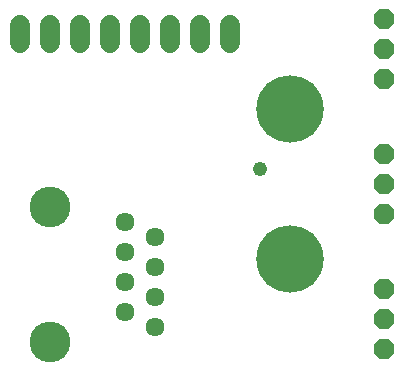
<source format=gts>
G75*
%MOIN*%
%OFA0B0*%
%FSLAX24Y24*%
%IPPOS*%
%LPD*%
%AMOC8*
5,1,8,0,0,1.08239X$1,22.5*
%
%ADD10C,0.0634*%
%ADD11C,0.1360*%
%ADD12C,0.0680*%
%ADD13OC8,0.0674*%
%ADD14C,0.0480*%
%ADD15C,0.2245*%
D10*
X005704Y001930D03*
X004704Y002430D03*
X005704Y002930D03*
X004704Y003430D03*
X005704Y003930D03*
X004704Y004430D03*
X005704Y004930D03*
X004704Y005430D03*
D11*
X002204Y001430D03*
X002204Y005930D03*
D12*
X002204Y011380D02*
X002204Y011980D01*
X003204Y011980D02*
X003204Y011380D01*
X004204Y011380D02*
X004204Y011980D01*
X005204Y011980D02*
X005204Y011380D01*
X006204Y011380D02*
X006204Y011980D01*
X007204Y011980D02*
X007204Y011380D01*
X008204Y011380D02*
X008204Y011980D01*
X001204Y011980D02*
X001204Y011380D01*
D13*
X013354Y011180D03*
X013354Y012180D03*
X013354Y010180D03*
X013354Y007680D03*
X013354Y006680D03*
X013354Y005680D03*
X013354Y003180D03*
X013354Y002180D03*
X013354Y001180D03*
D14*
X009204Y007180D03*
D15*
X010204Y009180D03*
X010204Y004180D03*
M02*

</source>
